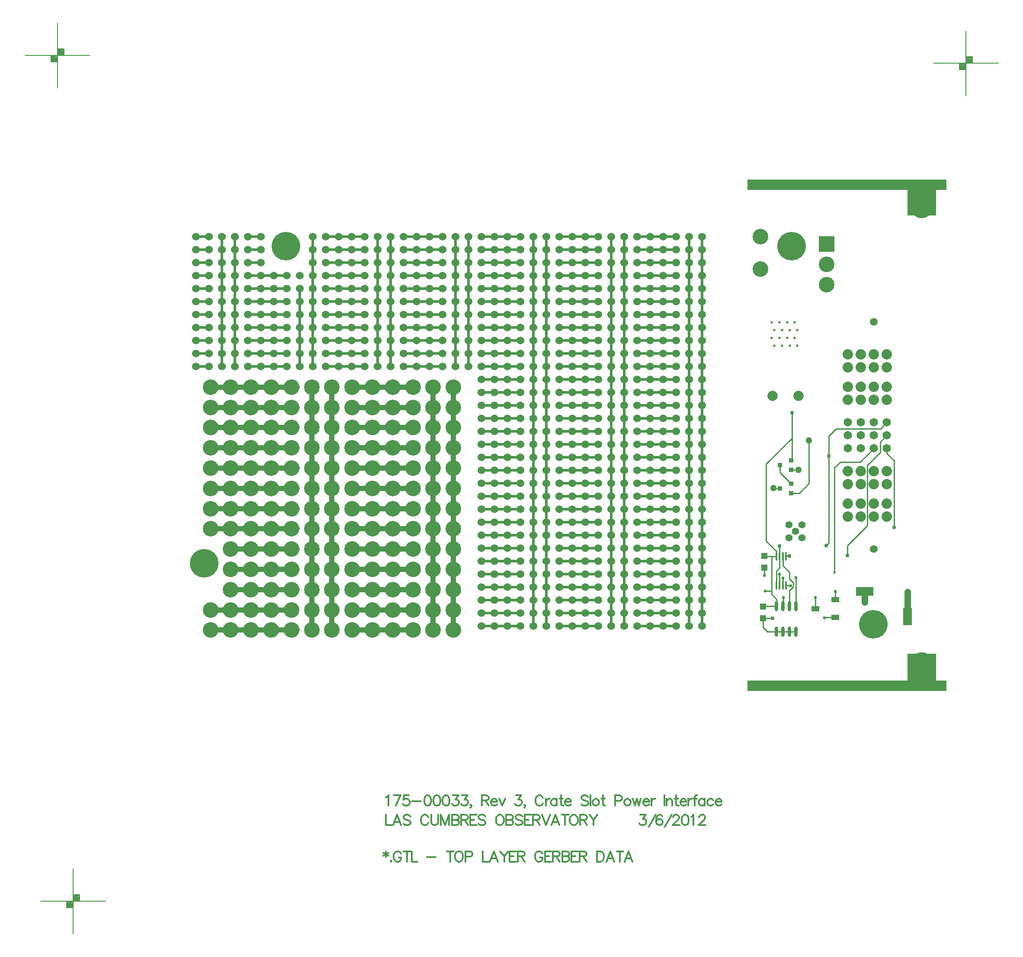
<source format=gtl>
%FSLAX23Y23*%
%MOIN*%
G70*
G01*
G75*
G04 Layer_Physical_Order=1*
G04 Layer_Color=255*
%ADD10R,0.036X0.036*%
%ADD11R,0.050X0.050*%
%ADD12R,0.070X0.135*%
%ADD13R,0.059X0.039*%
%ADD14O,0.014X0.067*%
%ADD15R,0.135X0.070*%
%ADD16O,0.024X0.079*%
%ADD17C,0.010*%
%ADD18C,0.020*%
%ADD19C,0.050*%
%ADD20C,0.040*%
%ADD21C,0.012*%
%ADD22R,1.537X0.079*%
%ADD23R,0.221X0.226*%
%ADD24R,0.221X0.236*%
%ADD25C,0.008*%
%ADD26C,0.012*%
%ADD27C,0.012*%
%ADD28C,0.220*%
%ADD29C,0.120*%
%ADD30C,0.060*%
%ADD31R,0.120X0.120*%
%ADD32C,0.055*%
%ADD33C,0.080*%
%ADD34C,0.065*%
%ADD35C,0.059*%
%ADD36C,0.079*%
%ADD37C,0.157*%
%ADD38C,0.020*%
%ADD39C,0.030*%
%ADD40C,0.050*%
%ADD41C,0.024*%
%ADD42C,0.032*%
D10*
X25153Y17022D02*
D03*
X25067Y17059D02*
D03*
X25153Y17096D02*
D03*
Y16842D02*
D03*
X25067Y16879D02*
D03*
X25153Y16916D02*
D03*
D11*
X24946Y16358D02*
D03*
Y16268D02*
D03*
X24936Y15968D02*
D03*
Y15878D02*
D03*
D12*
X26051Y15893D02*
D03*
D13*
X25493Y15884D02*
D03*
X25339Y15953D02*
D03*
X25493Y16022D02*
D03*
D14*
X25038Y16131D02*
D03*
X25063D02*
D03*
X25089D02*
D03*
X25114D02*
D03*
X25038Y16356D02*
D03*
X25063D02*
D03*
X25089D02*
D03*
X25114D02*
D03*
D15*
X25721Y16085D02*
D03*
D16*
X25041Y15775D02*
D03*
X25091D02*
D03*
X25141D02*
D03*
X25191D02*
D03*
X25041Y15972D02*
D03*
X25091D02*
D03*
X25141D02*
D03*
X25191D02*
D03*
D17*
X25158Y17260D02*
Y17463D01*
Y17101D02*
Y17260D01*
X24960Y16472D02*
Y17068D01*
Y16472D02*
X25038Y16395D01*
Y16356D02*
Y16395D01*
X25009Y15878D02*
X25009Y15879D01*
X24936Y15878D02*
X25009D01*
X25063Y16356D02*
Y16435D01*
X25424Y16439D02*
X25442Y16457D01*
X25487Y16233D02*
Y17038D01*
X25215Y16842D02*
X25291Y16918D01*
X25153Y16842D02*
X25215D01*
X24936Y15810D02*
X24971Y15775D01*
X24936Y15810D02*
Y15878D01*
X25191Y15972D02*
Y16191D01*
X25493Y16022D02*
Y16085D01*
X25141Y16182D02*
X25171Y16152D01*
Y16121D02*
Y16152D01*
X25141Y16091D02*
X25171Y16121D01*
X25153Y17022D02*
X25211D01*
X25067Y17002D02*
X25153Y16916D01*
X25067Y17002D02*
Y17059D01*
X25019Y16879D02*
X25067D01*
X25016Y16882D02*
X25019Y16879D01*
X24971Y15775D02*
X25041D01*
X25091D01*
X25141D01*
X25191D01*
X24939Y15972D02*
X25041D01*
X24936Y15968D02*
X24939Y15972D01*
X25038Y16131D02*
Y16241D01*
X25063Y16267D01*
Y16356D01*
Y16131D02*
Y16217D01*
X25089Y16131D02*
Y16190D01*
X25114Y16131D02*
X25148D01*
X25149Y16130D01*
X25141Y15972D02*
Y16091D01*
Y16182D02*
Y16233D01*
X25089Y16286D02*
X25141Y16233D01*
X25089Y16286D02*
Y16356D01*
X25339Y15953D02*
Y16037D01*
X25339Y16037D02*
X25339Y16037D01*
X25093Y15974D02*
Y16038D01*
X25091Y15972D02*
X25093Y15974D01*
X25410Y15884D02*
X25493D01*
X25409Y15883D02*
X25410Y15884D01*
X24946Y16358D02*
X24949Y16356D01*
X25041Y15972D02*
Y16026D01*
X25002Y16065D02*
X25041Y16026D01*
X24949Y16356D02*
X25002D01*
X25038D01*
X25492Y16085D02*
X25493Y16085D01*
X25002Y16065D02*
Y16087D01*
Y16356D01*
X24953Y16087D02*
X25002D01*
X24946Y16210D02*
Y16268D01*
Y16210D02*
X24947Y16209D01*
X25487Y17038D02*
X25532Y17083D01*
X25945Y16579D02*
Y17094D01*
X25291Y16918D02*
Y17248D01*
X25442Y16457D02*
Y17282D01*
X25585Y16361D02*
Y16438D01*
X25118Y16359D02*
X25141D01*
X25114Y16356D02*
X25118Y16359D01*
X25842Y17339D02*
X25890Y17388D01*
Y17148D02*
X25945Y17094D01*
X25890Y17148D02*
Y17188D01*
X25839Y17156D02*
Y17236D01*
X25890Y17287D01*
Y17288D01*
X25532Y17083D02*
X25686D01*
X25442Y17282D02*
X25500Y17339D01*
X25842D01*
X25686Y17083D02*
X25790Y17188D01*
X25585Y16438D02*
X25740Y16593D01*
Y17058D01*
X25838Y17156D01*
X25839D01*
X24960Y17068D02*
X25158Y17266D01*
Y17284D01*
D18*
X25153Y17096D02*
X25158Y17101D01*
X23966Y18519D02*
X24266D01*
X23966Y18619D02*
X24266D01*
X23966Y18719D02*
X24266D01*
X23966Y18819D02*
X24266D01*
X24366Y18419D02*
Y18823D01*
X24466Y18419D02*
Y18823D01*
X23966Y17919D02*
X24266D01*
X23966Y18019D02*
X24266D01*
X23966Y18119D02*
X24266D01*
X23966Y18219D02*
X24266D01*
X23966Y18319D02*
X24266D01*
X23966Y18419D02*
X24266D01*
X24366Y17719D02*
Y18419D01*
X24466Y17719D02*
Y18419D01*
X23866Y17719D02*
Y18419D01*
X23766Y17719D02*
Y18419D01*
X23366D02*
X23666D01*
X23366Y18319D02*
X23666D01*
X23366Y18219D02*
X23666D01*
X23366Y18119D02*
X23666D01*
X23366Y18019D02*
X23666D01*
X23366Y17919D02*
X23666D01*
X23866Y18419D02*
Y18823D01*
X23766Y18419D02*
Y18823D01*
X23366Y18819D02*
X23666D01*
X23366Y18719D02*
X23666D01*
X23366Y18619D02*
X23666D01*
X23366Y18519D02*
X23666D01*
X23266Y17719D02*
Y18419D01*
X23166Y17719D02*
Y18419D01*
X22766D02*
X23066D01*
X22766Y18319D02*
X23066D01*
X22766Y18219D02*
X23066D01*
X22766Y18119D02*
X23066D01*
X22766Y18019D02*
X23066D01*
X22766Y17919D02*
X23066D01*
X23266Y18419D02*
Y18823D01*
X23166Y18419D02*
Y18823D01*
X22766Y18819D02*
X23066D01*
X22766Y18719D02*
X23066D01*
X22766Y18619D02*
X23066D01*
X22766Y18519D02*
X23066D01*
X22666Y17813D02*
Y18419D01*
X22566Y17819D02*
Y18419D01*
X22166D02*
X22466D01*
X22166Y18319D02*
X22466D01*
X22166Y18219D02*
X22466D01*
X22166Y18119D02*
X22466D01*
X22166Y18019D02*
X22466D01*
X22166Y17919D02*
X22466D01*
X22666Y18419D02*
Y18823D01*
X22566Y18419D02*
Y18823D01*
X22166Y18819D02*
X22466D01*
X22166Y18719D02*
X22466D01*
X22166Y18619D02*
X22466D01*
X22166Y18519D02*
X22466D01*
X22166Y17819D02*
X22466D01*
X22766D02*
X23066D01*
X23366D02*
X23666D01*
X23966D02*
X24266D01*
X23966Y16519D02*
X24266D01*
X23366D02*
X23666D01*
X22766D02*
X23066D01*
X22766Y17219D02*
X23066D01*
X22766Y17319D02*
X23066D01*
X22766Y17419D02*
X23066D01*
X22766Y17519D02*
X23066D01*
X22766Y17619D02*
X23066D01*
X22766Y17719D02*
X23066D01*
X23166Y17119D02*
Y17719D01*
X23266Y17119D02*
Y17719D01*
X22766Y16619D02*
X23066D01*
X22766Y16719D02*
X23066D01*
X22766Y16819D02*
X23066D01*
X22766Y16919D02*
X23066D01*
X22766Y17019D02*
X23066D01*
X22766Y17119D02*
X23066D01*
X23166Y16419D02*
Y17119D01*
X23266Y16419D02*
Y17119D01*
X23366Y17219D02*
X23666D01*
X23366Y17319D02*
X23666D01*
X23366Y17419D02*
X23666D01*
X23366Y17519D02*
X23666D01*
X23366Y17619D02*
X23666D01*
X23366Y17719D02*
X23666D01*
X23766Y17119D02*
Y17719D01*
X23866Y17119D02*
Y17719D01*
X23366Y16619D02*
X23666D01*
X23366Y16719D02*
X23666D01*
X23366Y16819D02*
X23666D01*
X23366Y16919D02*
X23666D01*
X23366Y17019D02*
X23666D01*
X23366Y17119D02*
X23666D01*
X23766Y16419D02*
Y17119D01*
X23866Y16419D02*
Y17119D01*
X24466Y16419D02*
Y17119D01*
X24366Y16419D02*
Y17119D01*
X23966D02*
X24266D01*
X23966Y17019D02*
X24266D01*
X23966Y16919D02*
X24266D01*
X23966Y16819D02*
X24266D01*
X23966Y16719D02*
X24266D01*
X23966Y16619D02*
X24266D01*
X24466Y17119D02*
Y17719D01*
X24366Y17119D02*
Y17719D01*
X23966D02*
X24266D01*
X23966Y17619D02*
X24266D01*
X23966Y17519D02*
X24266D01*
X23966Y17419D02*
X24266D01*
X23966Y17319D02*
X24266D01*
X23966Y17219D02*
X24266D01*
X22766Y15919D02*
X23066D01*
X22766Y16019D02*
X23066D01*
X22766Y16119D02*
X23066D01*
X22766Y16219D02*
X23066D01*
X22766Y16319D02*
X23066D01*
X22766Y16419D02*
X23066D01*
X23166Y15819D02*
Y16419D01*
X23266Y15819D02*
Y16419D01*
X22766Y15819D02*
X23066D01*
X23366Y15919D02*
X23666D01*
X23366Y16019D02*
X23666D01*
X23366Y16119D02*
X23666D01*
X23366Y16219D02*
X23666D01*
X23366Y16319D02*
X23666D01*
X23366Y16419D02*
X23666D01*
X23766Y15819D02*
Y16419D01*
X23866Y15819D02*
Y16419D01*
X23366Y15819D02*
X23666D01*
X23966D02*
X24266D01*
X24466D02*
Y16419D01*
X24366Y15819D02*
Y16419D01*
X23966D02*
X24266D01*
X23966Y16319D02*
X24266D01*
X23966Y16219D02*
X24266D01*
X23966Y16119D02*
X24266D01*
X23966Y16019D02*
X24266D01*
X23966Y15919D02*
X24266D01*
X21566Y17819D02*
X21866D01*
X20966D02*
X21266D01*
X20566D02*
X20666D01*
X20566Y18519D02*
X20666D01*
X20566Y18619D02*
X20666D01*
X20566Y18719D02*
X20666D01*
X20566Y18819D02*
X20666D01*
X20766Y18419D02*
Y18819D01*
X20866Y18419D02*
Y18819D01*
X20566Y17919D02*
X20666D01*
X20566Y18019D02*
X20666D01*
X20566Y18119D02*
X20666D01*
X20566Y18219D02*
X20666D01*
X20566Y18319D02*
X20666D01*
X20566Y18419D02*
X20666D01*
X20766Y17813D02*
Y18419D01*
X20866Y17813D02*
Y18419D01*
X20966Y18519D02*
X21266D01*
X20966Y18619D02*
X21066D01*
X20966Y18719D02*
X21066D01*
X20966Y18819D02*
X21066D01*
X21466Y18419D02*
Y18823D01*
X20966Y17919D02*
X21266D01*
X20966Y18019D02*
X21266D01*
X20966Y18119D02*
X21266D01*
X20966Y18219D02*
X21266D01*
X20966Y18319D02*
X21266D01*
X20966Y18419D02*
X21266D01*
X21366Y17829D02*
Y18419D01*
X21466Y17842D02*
Y18419D01*
X22066Y17813D02*
Y18419D01*
X21966Y17819D02*
Y18419D01*
X21566D02*
X21866D01*
X21566Y18319D02*
X21866D01*
X21566Y18219D02*
X21866D01*
X21566Y18119D02*
X21866D01*
X21566Y18019D02*
X21866D01*
X21566Y17919D02*
X21866D01*
X22066Y18419D02*
Y18823D01*
X21966Y18419D02*
Y18823D01*
X21566Y18819D02*
X21866D01*
X21566Y18719D02*
X21866D01*
X21566Y18619D02*
X21866D01*
X21566Y18519D02*
X21866D01*
D19*
X25721Y16003D02*
Y16085D01*
X26051Y15893D02*
Y16083D01*
X25890Y16663D02*
X25895Y16658D01*
D20*
X21770Y15943D02*
X22238D01*
X21770Y16099D02*
X22238D01*
X21614Y15775D02*
Y16723D01*
X21458Y15787D02*
Y16723D01*
X20878D02*
X21346D01*
X20678Y16567D02*
X21346D01*
X20878Y16411D02*
X21346D01*
X20878Y16255D02*
X21346D01*
X20878Y16099D02*
X21346D01*
X20678Y15943D02*
X21302D01*
X21614Y16723D02*
Y17659D01*
X21458Y16723D02*
Y17659D01*
X20878D02*
X21346D01*
X20878Y17503D02*
X21346D01*
X20878Y17347D02*
X21346D01*
X20878Y17191D02*
X21346D01*
X20878Y17035D02*
X21346D01*
X20878Y16879D02*
X21346D01*
X22550Y15787D02*
Y17659D01*
X22394Y15787D02*
Y17659D01*
X21770Y17035D02*
X22238D01*
X21770Y16879D02*
X22238D01*
X21770Y16723D02*
X22238D01*
X21770Y16567D02*
X22238D01*
X21770Y16411D02*
X22238D01*
X21770Y16255D02*
X22238D01*
X21770Y17191D02*
X22238D01*
X21770Y17347D02*
X22238D01*
X21770Y17503D02*
X22238D01*
X21770Y17659D02*
X22238D01*
X20666Y15787D02*
X21346D01*
X21770D02*
X22238D01*
X20678Y16723D02*
X21346D01*
X20678Y16879D02*
X21346D01*
X20678Y17035D02*
X21346D01*
X20678Y17191D02*
X21346D01*
X20678Y17347D02*
X21346D01*
X20678Y17503D02*
X21346D01*
X20678Y17659D02*
X21346D01*
D21*
X22029Y14083D02*
Y14037D01*
X22010Y14072D02*
X22048Y14049D01*
Y14072D02*
X22010Y14049D01*
X22069Y14011D02*
X22065Y14007D01*
X22069Y14003D01*
X22072Y14007D01*
X22069Y14011D01*
X22147Y14064D02*
X22143Y14072D01*
X22136Y14079D01*
X22128Y14083D01*
X22113D01*
X22105Y14079D01*
X22098Y14072D01*
X22094Y14064D01*
X22090Y14053D01*
Y14034D01*
X22094Y14022D01*
X22098Y14015D01*
X22105Y14007D01*
X22113Y14003D01*
X22128D01*
X22136Y14007D01*
X22143Y14015D01*
X22147Y14022D01*
Y14034D01*
X22128D02*
X22147D01*
X22192Y14083D02*
Y14003D01*
X22165Y14083D02*
X22219D01*
X22228D02*
Y14003D01*
X22274D01*
X22345Y14037D02*
X22414D01*
X22527Y14083D02*
Y14003D01*
X22500Y14083D02*
X22554D01*
X22586D02*
X22579Y14079D01*
X22571Y14072D01*
X22567Y14064D01*
X22563Y14053D01*
Y14034D01*
X22567Y14022D01*
X22571Y14015D01*
X22579Y14007D01*
X22586Y14003D01*
X22601D01*
X22609Y14007D01*
X22617Y14015D01*
X22620Y14022D01*
X22624Y14034D01*
Y14053D01*
X22620Y14064D01*
X22617Y14072D01*
X22609Y14079D01*
X22601Y14083D01*
X22586D01*
X22643Y14041D02*
X22677D01*
X22689Y14045D01*
X22692Y14049D01*
X22696Y14056D01*
Y14068D01*
X22692Y14075D01*
X22689Y14079D01*
X22677Y14083D01*
X22643D01*
Y14003D01*
X22777Y14083D02*
Y14003D01*
X22823D01*
X22892D02*
X22862Y14083D01*
X22831Y14003D01*
X22843Y14030D02*
X22881D01*
X22911Y14083D02*
X22942Y14045D01*
Y14003D01*
X22972Y14083D02*
X22942Y14045D01*
X23032Y14083D02*
X22982D01*
Y14003D01*
X23032D01*
X22982Y14045D02*
X23013D01*
X23045Y14083D02*
Y14003D01*
Y14083D02*
X23079D01*
X23091Y14079D01*
X23095Y14075D01*
X23098Y14068D01*
Y14060D01*
X23095Y14053D01*
X23091Y14049D01*
X23079Y14045D01*
X23045D01*
X23072D02*
X23098Y14003D01*
X23236Y14064D02*
X23233Y14072D01*
X23225Y14079D01*
X23217Y14083D01*
X23202D01*
X23194Y14079D01*
X23187Y14072D01*
X23183Y14064D01*
X23179Y14053D01*
Y14034D01*
X23183Y14022D01*
X23187Y14015D01*
X23194Y14007D01*
X23202Y14003D01*
X23217D01*
X23225Y14007D01*
X23233Y14015D01*
X23236Y14022D01*
Y14034D01*
X23217D02*
X23236D01*
X23304Y14083D02*
X23255D01*
Y14003D01*
X23304D01*
X23255Y14045D02*
X23285D01*
X23317Y14083D02*
Y14003D01*
Y14083D02*
X23352D01*
X23363Y14079D01*
X23367Y14075D01*
X23371Y14068D01*
Y14060D01*
X23367Y14053D01*
X23363Y14049D01*
X23352Y14045D01*
X23317D01*
X23344D02*
X23371Y14003D01*
X23389Y14083D02*
Y14003D01*
Y14083D02*
X23423D01*
X23434Y14079D01*
X23438Y14075D01*
X23442Y14068D01*
Y14060D01*
X23438Y14053D01*
X23434Y14049D01*
X23423Y14045D01*
X23389D02*
X23423D01*
X23434Y14041D01*
X23438Y14037D01*
X23442Y14030D01*
Y14018D01*
X23438Y14011D01*
X23434Y14007D01*
X23423Y14003D01*
X23389D01*
X23509Y14083D02*
X23460D01*
Y14003D01*
X23509D01*
X23460Y14045D02*
X23490D01*
X23523Y14083D02*
Y14003D01*
Y14083D02*
X23557D01*
X23568Y14079D01*
X23572Y14075D01*
X23576Y14068D01*
Y14060D01*
X23572Y14053D01*
X23568Y14049D01*
X23557Y14045D01*
X23523D01*
X23549D02*
X23576Y14003D01*
X23657Y14083D02*
Y14003D01*
Y14083D02*
X23683D01*
X23695Y14079D01*
X23703Y14072D01*
X23706Y14064D01*
X23710Y14053D01*
Y14034D01*
X23706Y14022D01*
X23703Y14015D01*
X23695Y14007D01*
X23683Y14003D01*
X23657D01*
X23789D02*
X23759Y14083D01*
X23728Y14003D01*
X23739Y14030D02*
X23778D01*
X23834Y14083D02*
Y14003D01*
X23808Y14083D02*
X23861D01*
X23931Y14003D02*
X23901Y14083D01*
X23870Y14003D01*
X23882Y14030D02*
X23920D01*
D22*
X25582Y15358D02*
D03*
X25582Y19218D02*
D03*
D23*
X26161Y15491D02*
D03*
D24*
Y19099D02*
D03*
D25*
X19518Y20239D02*
X19528D01*
Y20234D02*
Y20244D01*
X19518Y20234D02*
X19528D01*
X19518D02*
Y20244D01*
X19528D01*
X19533Y20229D02*
Y20244D01*
X19513Y20229D02*
X19533D01*
X19513D02*
Y20249D01*
X19533D01*
X19538Y20224D02*
Y20249D01*
X19508Y20224D02*
X19538D01*
X19508D02*
Y20254D01*
X19538D01*
X19543Y20219D02*
Y20259D01*
X19503Y20219D02*
X19543D01*
X19503D02*
Y20259D01*
X19543D01*
X19468Y20189D02*
X19478D01*
Y20184D02*
Y20194D01*
X19468Y20184D02*
X19478D01*
X19468D02*
Y20194D01*
X19478D01*
X19483Y20179D02*
Y20194D01*
X19463Y20179D02*
X19483D01*
X19463D02*
Y20199D01*
X19483D01*
X19488Y20174D02*
Y20199D01*
X19458Y20174D02*
X19488D01*
X19458D02*
Y20204D01*
X19488D01*
X19493Y20169D02*
Y20209D01*
X19453Y20169D02*
X19493D01*
X19453D02*
Y20209D01*
X19493D01*
X19448Y20164D02*
X19498D01*
X19448D02*
Y20214D01*
X19498Y20264D02*
X19548D01*
Y20214D02*
Y20264D01*
X19498Y19964D02*
Y20464D01*
X19248Y20214D02*
X19748D01*
X19641Y13723D02*
X19651D01*
Y13718D02*
Y13728D01*
X19641Y13718D02*
X19651D01*
X19641D02*
Y13728D01*
X19651D01*
X19656Y13713D02*
Y13728D01*
X19636Y13713D02*
X19656D01*
X19636D02*
Y13733D01*
X19656D01*
X19661Y13708D02*
Y13733D01*
X19631Y13708D02*
X19661D01*
X19631D02*
Y13738D01*
X19661D01*
X19666Y13703D02*
Y13743D01*
X19626Y13703D02*
X19666D01*
X19626D02*
Y13743D01*
X19666D01*
X19591Y13673D02*
X19601D01*
Y13668D02*
Y13678D01*
X19591Y13668D02*
X19601D01*
X19591D02*
Y13678D01*
X19601D01*
X19606Y13663D02*
Y13678D01*
X19586Y13663D02*
X19606D01*
X19586D02*
Y13683D01*
X19606D01*
X19611Y13658D02*
Y13683D01*
X19581Y13658D02*
X19611D01*
X19581D02*
Y13688D01*
X19611D01*
X19616Y13653D02*
Y13693D01*
X19576Y13653D02*
X19616D01*
X19576D02*
Y13693D01*
X19616D01*
X19571Y13648D02*
X19621D01*
X19571D02*
Y13698D01*
X19621Y13748D02*
X19671D01*
Y13698D02*
Y13748D01*
X19621Y13448D02*
Y13948D01*
X19371Y13698D02*
X19871D01*
X26519Y20181D02*
X26529D01*
Y20176D02*
Y20186D01*
X26519Y20176D02*
X26529D01*
X26519D02*
Y20186D01*
X26529D01*
X26534Y20171D02*
Y20186D01*
X26514Y20171D02*
X26534D01*
X26514D02*
Y20191D01*
X26534D01*
X26539Y20166D02*
Y20191D01*
X26509Y20166D02*
X26539D01*
X26509D02*
Y20196D01*
X26539D01*
X26544Y20161D02*
Y20201D01*
X26504Y20161D02*
X26544D01*
X26504D02*
Y20201D01*
X26544D01*
X26469Y20131D02*
X26479D01*
Y20126D02*
Y20136D01*
X26469Y20126D02*
X26479D01*
X26469D02*
Y20136D01*
X26479D01*
X26484Y20121D02*
Y20136D01*
X26464Y20121D02*
X26484D01*
X26464D02*
Y20141D01*
X26484D01*
X26489Y20116D02*
Y20141D01*
X26459Y20116D02*
X26489D01*
X26459D02*
Y20146D01*
X26489D01*
X26494Y20111D02*
Y20151D01*
X26454Y20111D02*
X26494D01*
X26454D02*
Y20151D01*
X26494D01*
X26449Y20106D02*
X26499D01*
X26449D02*
Y20156D01*
X26499Y20206D02*
X26549D01*
Y20156D02*
Y20206D01*
X26499Y19906D02*
Y20406D01*
X26249Y20156D02*
X26749D01*
D26*
X22031Y14364D02*
Y14284D01*
X22077D01*
X22147D02*
X22116Y14364D01*
X22086Y14284D01*
X22097Y14310D02*
X22135D01*
X22219Y14352D02*
X22211Y14360D01*
X22200Y14364D01*
X22184D01*
X22173Y14360D01*
X22165Y14352D01*
Y14345D01*
X22169Y14337D01*
X22173Y14333D01*
X22181Y14329D01*
X22204Y14322D01*
X22211Y14318D01*
X22215Y14314D01*
X22219Y14307D01*
Y14295D01*
X22211Y14287D01*
X22200Y14284D01*
X22184D01*
X22173Y14287D01*
X22165Y14295D01*
X22357Y14345D02*
X22353Y14352D01*
X22345Y14360D01*
X22338Y14364D01*
X22322D01*
X22315Y14360D01*
X22307Y14352D01*
X22303Y14345D01*
X22299Y14333D01*
Y14314D01*
X22303Y14303D01*
X22307Y14295D01*
X22315Y14287D01*
X22322Y14284D01*
X22338D01*
X22345Y14287D01*
X22353Y14295D01*
X22357Y14303D01*
X22379Y14364D02*
Y14307D01*
X22383Y14295D01*
X22391Y14287D01*
X22402Y14284D01*
X22410D01*
X22421Y14287D01*
X22429Y14295D01*
X22432Y14307D01*
Y14364D01*
X22454D02*
Y14284D01*
Y14364D02*
X22485Y14284D01*
X22515Y14364D02*
X22485Y14284D01*
X22515Y14364D02*
Y14284D01*
X22538Y14364D02*
Y14284D01*
Y14364D02*
X22573D01*
X22584Y14360D01*
X22588Y14356D01*
X22592Y14348D01*
Y14341D01*
X22588Y14333D01*
X22584Y14329D01*
X22573Y14326D01*
X22538D02*
X22573D01*
X22584Y14322D01*
X22588Y14318D01*
X22592Y14310D01*
Y14299D01*
X22588Y14291D01*
X22584Y14287D01*
X22573Y14284D01*
X22538D01*
X22610Y14364D02*
Y14284D01*
Y14364D02*
X22644D01*
X22655Y14360D01*
X22659Y14356D01*
X22663Y14348D01*
Y14341D01*
X22659Y14333D01*
X22655Y14329D01*
X22644Y14326D01*
X22610D01*
X22636D02*
X22663Y14284D01*
X22730Y14364D02*
X22681D01*
Y14284D01*
X22730D01*
X22681Y14326D02*
X22711D01*
X22797Y14352D02*
X22789Y14360D01*
X22778Y14364D01*
X22763D01*
X22751Y14360D01*
X22744Y14352D01*
Y14345D01*
X22747Y14337D01*
X22751Y14333D01*
X22759Y14329D01*
X22782Y14322D01*
X22789Y14318D01*
X22793Y14314D01*
X22797Y14307D01*
Y14295D01*
X22789Y14287D01*
X22778Y14284D01*
X22763D01*
X22751Y14287D01*
X22744Y14295D01*
X22900Y14364D02*
X22893Y14360D01*
X22885Y14352D01*
X22881Y14345D01*
X22878Y14333D01*
Y14314D01*
X22881Y14303D01*
X22885Y14295D01*
X22893Y14287D01*
X22900Y14284D01*
X22916D01*
X22923Y14287D01*
X22931Y14295D01*
X22935Y14303D01*
X22939Y14314D01*
Y14333D01*
X22935Y14345D01*
X22931Y14352D01*
X22923Y14360D01*
X22916Y14364D01*
X22900D01*
X22957D02*
Y14284D01*
Y14364D02*
X22992D01*
X23003Y14360D01*
X23007Y14356D01*
X23011Y14348D01*
Y14341D01*
X23007Y14333D01*
X23003Y14329D01*
X22992Y14326D01*
X22957D02*
X22992D01*
X23003Y14322D01*
X23007Y14318D01*
X23011Y14310D01*
Y14299D01*
X23007Y14291D01*
X23003Y14287D01*
X22992Y14284D01*
X22957D01*
X23082Y14352D02*
X23074Y14360D01*
X23063Y14364D01*
X23048D01*
X23036Y14360D01*
X23028Y14352D01*
Y14345D01*
X23032Y14337D01*
X23036Y14333D01*
X23044Y14329D01*
X23067Y14322D01*
X23074Y14318D01*
X23078Y14314D01*
X23082Y14307D01*
Y14295D01*
X23074Y14287D01*
X23063Y14284D01*
X23048D01*
X23036Y14287D01*
X23028Y14295D01*
X23149Y14364D02*
X23100D01*
Y14284D01*
X23149D01*
X23100Y14326D02*
X23130D01*
X23163Y14364D02*
Y14284D01*
Y14364D02*
X23197D01*
X23208Y14360D01*
X23212Y14356D01*
X23216Y14348D01*
Y14341D01*
X23212Y14333D01*
X23208Y14329D01*
X23197Y14326D01*
X23163D01*
X23189D02*
X23216Y14284D01*
X23234Y14364D02*
X23264Y14284D01*
X23295Y14364D02*
X23264Y14284D01*
X23366D02*
X23335Y14364D01*
X23305Y14284D01*
X23316Y14310D02*
X23354D01*
X23411Y14364D02*
Y14284D01*
X23385Y14364D02*
X23438D01*
X23470D02*
X23463Y14360D01*
X23455Y14352D01*
X23451Y14345D01*
X23447Y14333D01*
Y14314D01*
X23451Y14303D01*
X23455Y14295D01*
X23463Y14287D01*
X23470Y14284D01*
X23486D01*
X23493Y14287D01*
X23501Y14295D01*
X23505Y14303D01*
X23508Y14314D01*
Y14333D01*
X23505Y14345D01*
X23501Y14352D01*
X23493Y14360D01*
X23486Y14364D01*
X23470D01*
X23527D02*
Y14284D01*
Y14364D02*
X23561D01*
X23573Y14360D01*
X23577Y14356D01*
X23580Y14348D01*
Y14341D01*
X23577Y14333D01*
X23573Y14329D01*
X23561Y14326D01*
X23527D01*
X23554D02*
X23580Y14284D01*
X23598Y14364D02*
X23629Y14326D01*
Y14284D01*
X23659Y14364D02*
X23629Y14326D01*
X23991Y14364D02*
X24033D01*
X24010Y14333D01*
X24022D01*
X24029Y14329D01*
X24033Y14326D01*
X24037Y14314D01*
Y14307D01*
X24033Y14295D01*
X24026Y14287D01*
X24014Y14284D01*
X24003D01*
X23991Y14287D01*
X23987Y14291D01*
X23984Y14299D01*
X24055Y14272D02*
X24108Y14364D01*
X24159Y14352D02*
X24155Y14360D01*
X24144Y14364D01*
X24136D01*
X24125Y14360D01*
X24117Y14348D01*
X24114Y14329D01*
Y14310D01*
X24117Y14295D01*
X24125Y14287D01*
X24136Y14284D01*
X24140D01*
X24152Y14287D01*
X24159Y14295D01*
X24163Y14307D01*
Y14310D01*
X24159Y14322D01*
X24152Y14329D01*
X24140Y14333D01*
X24136D01*
X24125Y14329D01*
X24117Y14322D01*
X24114Y14310D01*
X24181Y14272D02*
X24234Y14364D01*
X24243Y14345D02*
Y14348D01*
X24247Y14356D01*
X24251Y14360D01*
X24258Y14364D01*
X24274D01*
X24281Y14360D01*
X24285Y14356D01*
X24289Y14348D01*
Y14341D01*
X24285Y14333D01*
X24277Y14322D01*
X24239Y14284D01*
X24293D01*
X24333Y14364D02*
X24322Y14360D01*
X24314Y14348D01*
X24310Y14329D01*
Y14318D01*
X24314Y14299D01*
X24322Y14287D01*
X24333Y14284D01*
X24341D01*
X24352Y14287D01*
X24360Y14299D01*
X24364Y14318D01*
Y14329D01*
X24360Y14348D01*
X24352Y14360D01*
X24341Y14364D01*
X24333D01*
X24382Y14348D02*
X24389Y14352D01*
X24401Y14364D01*
Y14284D01*
X24444Y14345D02*
Y14348D01*
X24448Y14356D01*
X24452Y14360D01*
X24459Y14364D01*
X24475D01*
X24482Y14360D01*
X24486Y14356D01*
X24490Y14348D01*
Y14341D01*
X24486Y14333D01*
X24478Y14322D01*
X24440Y14284D01*
X24494D01*
D27*
X22031Y14498D02*
X22039Y14502D01*
X22050Y14514D01*
Y14434D01*
X22143Y14514D02*
X22105Y14434D01*
X22090Y14514D02*
X22143D01*
X22207D02*
X22169D01*
X22165Y14479D01*
X22169Y14483D01*
X22180Y14487D01*
X22192D01*
X22203Y14483D01*
X22211Y14476D01*
X22215Y14464D01*
Y14457D01*
X22211Y14445D01*
X22203Y14438D01*
X22192Y14434D01*
X22180D01*
X22169Y14438D01*
X22165Y14441D01*
X22161Y14449D01*
X22232Y14468D02*
X22301D01*
X22347Y14514D02*
X22336Y14510D01*
X22328Y14498D01*
X22325Y14479D01*
Y14468D01*
X22328Y14449D01*
X22336Y14438D01*
X22347Y14434D01*
X22355D01*
X22367Y14438D01*
X22374Y14449D01*
X22378Y14468D01*
Y14479D01*
X22374Y14498D01*
X22367Y14510D01*
X22355Y14514D01*
X22347D01*
X22419D02*
X22407Y14510D01*
X22400Y14498D01*
X22396Y14479D01*
Y14468D01*
X22400Y14449D01*
X22407Y14438D01*
X22419Y14434D01*
X22426D01*
X22438Y14438D01*
X22445Y14449D01*
X22449Y14468D01*
Y14479D01*
X22445Y14498D01*
X22438Y14510D01*
X22426Y14514D01*
X22419D01*
X22490D02*
X22478Y14510D01*
X22471Y14498D01*
X22467Y14479D01*
Y14468D01*
X22471Y14449D01*
X22478Y14438D01*
X22490Y14434D01*
X22498D01*
X22509Y14438D01*
X22517Y14449D01*
X22520Y14468D01*
Y14479D01*
X22517Y14498D01*
X22509Y14510D01*
X22498Y14514D01*
X22490D01*
X22546D02*
X22588D01*
X22565Y14483D01*
X22576D01*
X22584Y14479D01*
X22588Y14476D01*
X22592Y14464D01*
Y14457D01*
X22588Y14445D01*
X22580Y14438D01*
X22569Y14434D01*
X22557D01*
X22546Y14438D01*
X22542Y14441D01*
X22538Y14449D01*
X22617Y14514D02*
X22659D01*
X22636Y14483D01*
X22648D01*
X22655Y14479D01*
X22659Y14476D01*
X22663Y14464D01*
Y14457D01*
X22659Y14445D01*
X22651Y14438D01*
X22640Y14434D01*
X22629D01*
X22617Y14438D01*
X22613Y14441D01*
X22610Y14449D01*
X22688Y14438D02*
X22685Y14434D01*
X22681Y14438D01*
X22685Y14441D01*
X22688Y14438D01*
Y14430D01*
X22685Y14422D01*
X22681Y14418D01*
X22769Y14514D02*
Y14434D01*
Y14514D02*
X22803D01*
X22814Y14510D01*
X22818Y14506D01*
X22822Y14498D01*
Y14491D01*
X22818Y14483D01*
X22814Y14479D01*
X22803Y14476D01*
X22769D01*
X22795D02*
X22822Y14434D01*
X22840Y14464D02*
X22886D01*
Y14472D01*
X22882Y14479D01*
X22878Y14483D01*
X22870Y14487D01*
X22859D01*
X22851Y14483D01*
X22844Y14476D01*
X22840Y14464D01*
Y14457D01*
X22844Y14445D01*
X22851Y14438D01*
X22859Y14434D01*
X22870D01*
X22878Y14438D01*
X22886Y14445D01*
X22903Y14487D02*
X22926Y14434D01*
X22948Y14487D02*
X22926Y14434D01*
X23032Y14514D02*
X23074D01*
X23051Y14483D01*
X23062D01*
X23070Y14479D01*
X23074Y14476D01*
X23078Y14464D01*
Y14457D01*
X23074Y14445D01*
X23066Y14438D01*
X23055Y14434D01*
X23043D01*
X23032Y14438D01*
X23028Y14441D01*
X23024Y14449D01*
X23103Y14438D02*
X23099Y14434D01*
X23095Y14438D01*
X23099Y14441D01*
X23103Y14438D01*
Y14430D01*
X23099Y14422D01*
X23095Y14418D01*
X23241Y14495D02*
X23237Y14502D01*
X23229Y14510D01*
X23222Y14514D01*
X23206D01*
X23199Y14510D01*
X23191Y14502D01*
X23187Y14495D01*
X23183Y14483D01*
Y14464D01*
X23187Y14453D01*
X23191Y14445D01*
X23199Y14438D01*
X23206Y14434D01*
X23222D01*
X23229Y14438D01*
X23237Y14445D01*
X23241Y14453D01*
X23263Y14487D02*
Y14434D01*
Y14464D02*
X23267Y14476D01*
X23275Y14483D01*
X23282Y14487D01*
X23294D01*
X23346D02*
Y14434D01*
Y14476D02*
X23339Y14483D01*
X23331Y14487D01*
X23320D01*
X23312Y14483D01*
X23305Y14476D01*
X23301Y14464D01*
Y14457D01*
X23305Y14445D01*
X23312Y14438D01*
X23320Y14434D01*
X23331D01*
X23339Y14438D01*
X23346Y14445D01*
X23379Y14514D02*
Y14449D01*
X23383Y14438D01*
X23391Y14434D01*
X23398D01*
X23368Y14487D02*
X23394D01*
X23410Y14464D02*
X23455D01*
Y14472D01*
X23452Y14479D01*
X23448Y14483D01*
X23440Y14487D01*
X23429D01*
X23421Y14483D01*
X23414Y14476D01*
X23410Y14464D01*
Y14457D01*
X23414Y14445D01*
X23421Y14438D01*
X23429Y14434D01*
X23440D01*
X23448Y14438D01*
X23455Y14445D01*
X23589Y14502D02*
X23581Y14510D01*
X23570Y14514D01*
X23554D01*
X23543Y14510D01*
X23535Y14502D01*
Y14495D01*
X23539Y14487D01*
X23543Y14483D01*
X23551Y14479D01*
X23573Y14472D01*
X23581Y14468D01*
X23585Y14464D01*
X23589Y14457D01*
Y14445D01*
X23581Y14438D01*
X23570Y14434D01*
X23554D01*
X23543Y14438D01*
X23535Y14445D01*
X23607Y14514D02*
Y14434D01*
X23642Y14487D02*
X23635Y14483D01*
X23627Y14476D01*
X23623Y14464D01*
Y14457D01*
X23627Y14445D01*
X23635Y14438D01*
X23642Y14434D01*
X23654D01*
X23661Y14438D01*
X23669Y14445D01*
X23673Y14457D01*
Y14464D01*
X23669Y14476D01*
X23661Y14483D01*
X23654Y14487D01*
X23642D01*
X23702Y14514D02*
Y14449D01*
X23706Y14438D01*
X23713Y14434D01*
X23721D01*
X23690Y14487D02*
X23717D01*
X23795Y14472D02*
X23829D01*
X23841Y14476D01*
X23845Y14479D01*
X23848Y14487D01*
Y14498D01*
X23845Y14506D01*
X23841Y14510D01*
X23829Y14514D01*
X23795D01*
Y14434D01*
X23885Y14487D02*
X23878Y14483D01*
X23870Y14476D01*
X23866Y14464D01*
Y14457D01*
X23870Y14445D01*
X23878Y14438D01*
X23885Y14434D01*
X23897D01*
X23904Y14438D01*
X23912Y14445D01*
X23916Y14457D01*
Y14464D01*
X23912Y14476D01*
X23904Y14483D01*
X23897Y14487D01*
X23885D01*
X23933D02*
X23949Y14434D01*
X23964Y14487D02*
X23949Y14434D01*
X23964Y14487D02*
X23979Y14434D01*
X23994Y14487D02*
X23979Y14434D01*
X24013Y14464D02*
X24059D01*
Y14472D01*
X24055Y14479D01*
X24051Y14483D01*
X24043Y14487D01*
X24032D01*
X24024Y14483D01*
X24017Y14476D01*
X24013Y14464D01*
Y14457D01*
X24017Y14445D01*
X24024Y14438D01*
X24032Y14434D01*
X24043D01*
X24051Y14438D01*
X24059Y14445D01*
X24076Y14487D02*
Y14434D01*
Y14464D02*
X24080Y14476D01*
X24087Y14483D01*
X24095Y14487D01*
X24106D01*
X24176Y14514D02*
Y14434D01*
X24193Y14487D02*
Y14434D01*
Y14472D02*
X24205Y14483D01*
X24212Y14487D01*
X24224D01*
X24231Y14483D01*
X24235Y14472D01*
Y14434D01*
X24267Y14514D02*
Y14449D01*
X24271Y14438D01*
X24279Y14434D01*
X24286D01*
X24256Y14487D02*
X24283D01*
X24298Y14464D02*
X24344D01*
Y14472D01*
X24340Y14479D01*
X24336Y14483D01*
X24328Y14487D01*
X24317D01*
X24309Y14483D01*
X24302Y14476D01*
X24298Y14464D01*
Y14457D01*
X24302Y14445D01*
X24309Y14438D01*
X24317Y14434D01*
X24328D01*
X24336Y14438D01*
X24344Y14445D01*
X24361Y14487D02*
Y14434D01*
Y14464D02*
X24365Y14476D01*
X24372Y14483D01*
X24380Y14487D01*
X24391D01*
X24429Y14514D02*
X24421D01*
X24414Y14510D01*
X24410Y14498D01*
Y14434D01*
X24398Y14487D02*
X24425D01*
X24486D02*
Y14434D01*
Y14476D02*
X24478Y14483D01*
X24471Y14487D01*
X24459D01*
X24452Y14483D01*
X24444Y14476D01*
X24440Y14464D01*
Y14457D01*
X24444Y14445D01*
X24452Y14438D01*
X24459Y14434D01*
X24471D01*
X24478Y14438D01*
X24486Y14445D01*
X24553Y14476D02*
X24545Y14483D01*
X24538Y14487D01*
X24526D01*
X24519Y14483D01*
X24511Y14476D01*
X24507Y14464D01*
Y14457D01*
X24511Y14445D01*
X24519Y14438D01*
X24526Y14434D01*
X24538D01*
X24545Y14438D01*
X24553Y14445D01*
X24570Y14464D02*
X24616D01*
Y14472D01*
X24612Y14479D01*
X24608Y14483D01*
X24601Y14487D01*
X24589D01*
X24582Y14483D01*
X24574Y14476D01*
X24570Y14464D01*
Y14457D01*
X24574Y14445D01*
X24582Y14438D01*
X24589Y14434D01*
X24601D01*
X24608Y14438D01*
X24616Y14445D01*
D28*
X25787Y15831D02*
D03*
X20630Y16303D02*
D03*
X25157Y18744D02*
D03*
X21260D02*
D03*
D29*
X22550Y15943D02*
D03*
X22394D02*
D03*
X22238D02*
D03*
X22082D02*
D03*
X21926D02*
D03*
X21770D02*
D03*
X22550Y16099D02*
D03*
X22394D02*
D03*
X22238D02*
D03*
X22082D02*
D03*
X21926D02*
D03*
X21770D02*
D03*
X21614Y16723D02*
D03*
X21458D02*
D03*
X21302D02*
D03*
X21146D02*
D03*
X20990D02*
D03*
X20834D02*
D03*
Y16567D02*
D03*
X20990D02*
D03*
X21146D02*
D03*
X21302D02*
D03*
X21458D02*
D03*
X21614D02*
D03*
X20834Y16411D02*
D03*
X20990D02*
D03*
X21146D02*
D03*
X21302D02*
D03*
X21458D02*
D03*
X21614D02*
D03*
X20834Y16255D02*
D03*
X20990D02*
D03*
X21146D02*
D03*
X21302D02*
D03*
X21458D02*
D03*
X21614D02*
D03*
X20834Y16099D02*
D03*
X20990D02*
D03*
X21146D02*
D03*
X21302D02*
D03*
X21458D02*
D03*
X21614D02*
D03*
X20834Y15943D02*
D03*
X20990D02*
D03*
X21146D02*
D03*
X21302D02*
D03*
X21458D02*
D03*
X21614D02*
D03*
Y17659D02*
D03*
X21458D02*
D03*
X21302D02*
D03*
X21146D02*
D03*
X20990D02*
D03*
X20834D02*
D03*
Y17503D02*
D03*
X20990D02*
D03*
X21146D02*
D03*
X21302D02*
D03*
X21458D02*
D03*
X21614D02*
D03*
X20834Y17347D02*
D03*
X20990D02*
D03*
X21146D02*
D03*
X21302D02*
D03*
X21458D02*
D03*
X21614D02*
D03*
X20834Y17191D02*
D03*
X20990D02*
D03*
X21146D02*
D03*
X21302D02*
D03*
X21458D02*
D03*
X21614D02*
D03*
X20834Y17035D02*
D03*
X20990D02*
D03*
X21146D02*
D03*
X21302D02*
D03*
X21458D02*
D03*
X21614D02*
D03*
X20834Y16879D02*
D03*
X20990D02*
D03*
X21146D02*
D03*
X21302D02*
D03*
X21458D02*
D03*
X21614D02*
D03*
X22550Y17035D02*
D03*
X22394D02*
D03*
X22238D02*
D03*
X22082D02*
D03*
X21926D02*
D03*
X21770D02*
D03*
Y16879D02*
D03*
X21926D02*
D03*
X22082D02*
D03*
X22238D02*
D03*
X22394D02*
D03*
X22550D02*
D03*
X21770Y16723D02*
D03*
X21926D02*
D03*
X22082D02*
D03*
X22238D02*
D03*
X22394D02*
D03*
X22550D02*
D03*
X21770Y16567D02*
D03*
X21926D02*
D03*
X22082D02*
D03*
X22238D02*
D03*
X22394D02*
D03*
X22550D02*
D03*
X21770Y16411D02*
D03*
X21926D02*
D03*
X22082D02*
D03*
X22238D02*
D03*
X22394D02*
D03*
X22550D02*
D03*
X21770Y16255D02*
D03*
X21926D02*
D03*
X22082D02*
D03*
X22238D02*
D03*
X22394D02*
D03*
X22550D02*
D03*
Y17191D02*
D03*
X22394D02*
D03*
X22238D02*
D03*
X22082D02*
D03*
X21926D02*
D03*
X21770D02*
D03*
X22550Y17347D02*
D03*
X22394D02*
D03*
X22238D02*
D03*
X22082D02*
D03*
X21926D02*
D03*
X21770D02*
D03*
X22550Y17503D02*
D03*
X22394D02*
D03*
X22238D02*
D03*
X22082D02*
D03*
X21926D02*
D03*
X21770D02*
D03*
X22550Y17659D02*
D03*
X22394D02*
D03*
X22238D02*
D03*
X22082D02*
D03*
X21926D02*
D03*
X21770D02*
D03*
X21614Y15787D02*
D03*
X21458D02*
D03*
X21302D02*
D03*
X21146D02*
D03*
X20990D02*
D03*
X20834D02*
D03*
X21770D02*
D03*
X21926D02*
D03*
X22082D02*
D03*
X22238D02*
D03*
X22394D02*
D03*
X22550D02*
D03*
X20678Y16879D02*
D03*
Y17035D02*
D03*
Y17191D02*
D03*
Y17347D02*
D03*
Y17503D02*
D03*
Y17659D02*
D03*
Y16567D02*
D03*
Y16723D02*
D03*
Y15787D02*
D03*
Y15943D02*
D03*
X24916Y18569D02*
D03*
Y18819D02*
D03*
X25427Y18605D02*
D03*
Y18449D02*
D03*
D30*
X24466Y18819D02*
D03*
Y18719D02*
D03*
Y18619D02*
D03*
Y18519D02*
D03*
X24366Y18819D02*
D03*
Y18719D02*
D03*
Y18619D02*
D03*
Y18519D02*
D03*
X24266Y18819D02*
D03*
Y18719D02*
D03*
Y18619D02*
D03*
Y18519D02*
D03*
X24166Y18819D02*
D03*
Y18719D02*
D03*
Y18619D02*
D03*
Y18519D02*
D03*
X24066Y18819D02*
D03*
Y18719D02*
D03*
Y18619D02*
D03*
Y18519D02*
D03*
X23966D02*
D03*
Y18619D02*
D03*
Y18719D02*
D03*
Y18819D02*
D03*
X24466Y18319D02*
D03*
Y18219D02*
D03*
Y18119D02*
D03*
Y18019D02*
D03*
Y17919D02*
D03*
X24366Y18319D02*
D03*
Y18219D02*
D03*
Y18119D02*
D03*
Y18019D02*
D03*
Y17919D02*
D03*
X24266Y18319D02*
D03*
Y18219D02*
D03*
Y18119D02*
D03*
Y18019D02*
D03*
Y17919D02*
D03*
X24166Y18319D02*
D03*
Y18219D02*
D03*
Y18119D02*
D03*
Y18019D02*
D03*
Y17919D02*
D03*
X24066Y18319D02*
D03*
Y18219D02*
D03*
Y18119D02*
D03*
Y18019D02*
D03*
Y17919D02*
D03*
X23966D02*
D03*
Y18019D02*
D03*
Y18119D02*
D03*
Y18219D02*
D03*
Y18319D02*
D03*
X24466Y18419D02*
D03*
X24366D02*
D03*
X24266D02*
D03*
X24166D02*
D03*
X24066D02*
D03*
X23966D02*
D03*
X23366D02*
D03*
X23466D02*
D03*
X23566D02*
D03*
X23666D02*
D03*
X23766D02*
D03*
X23866D02*
D03*
X23366Y18319D02*
D03*
Y18219D02*
D03*
Y18119D02*
D03*
Y18019D02*
D03*
Y17919D02*
D03*
X23466D02*
D03*
Y18019D02*
D03*
Y18119D02*
D03*
Y18219D02*
D03*
Y18319D02*
D03*
X23566Y17919D02*
D03*
Y18019D02*
D03*
Y18119D02*
D03*
Y18219D02*
D03*
Y18319D02*
D03*
X23666Y17919D02*
D03*
Y18019D02*
D03*
Y18119D02*
D03*
Y18219D02*
D03*
Y18319D02*
D03*
X23766Y17919D02*
D03*
Y18019D02*
D03*
Y18119D02*
D03*
Y18219D02*
D03*
Y18319D02*
D03*
X23866Y17919D02*
D03*
Y18019D02*
D03*
Y18119D02*
D03*
Y18219D02*
D03*
Y18319D02*
D03*
X23366Y18819D02*
D03*
Y18719D02*
D03*
Y18619D02*
D03*
Y18519D02*
D03*
X23466D02*
D03*
Y18619D02*
D03*
Y18719D02*
D03*
Y18819D02*
D03*
X23566Y18519D02*
D03*
Y18619D02*
D03*
Y18719D02*
D03*
Y18819D02*
D03*
X23666Y18519D02*
D03*
Y18619D02*
D03*
Y18719D02*
D03*
Y18819D02*
D03*
X23766Y18519D02*
D03*
Y18619D02*
D03*
Y18719D02*
D03*
Y18819D02*
D03*
X23866Y18519D02*
D03*
Y18619D02*
D03*
Y18719D02*
D03*
Y18819D02*
D03*
X22766Y18419D02*
D03*
X22866D02*
D03*
X22966D02*
D03*
X23066D02*
D03*
X23166D02*
D03*
X23266D02*
D03*
X22766Y18319D02*
D03*
Y18219D02*
D03*
Y18119D02*
D03*
Y18019D02*
D03*
Y17919D02*
D03*
X22866D02*
D03*
Y18019D02*
D03*
Y18119D02*
D03*
Y18219D02*
D03*
Y18319D02*
D03*
X22966Y17919D02*
D03*
Y18019D02*
D03*
Y18119D02*
D03*
Y18219D02*
D03*
Y18319D02*
D03*
X23066Y17919D02*
D03*
Y18019D02*
D03*
Y18119D02*
D03*
Y18219D02*
D03*
Y18319D02*
D03*
X23166Y17919D02*
D03*
Y18019D02*
D03*
Y18119D02*
D03*
Y18219D02*
D03*
Y18319D02*
D03*
X23266Y17919D02*
D03*
Y18019D02*
D03*
Y18119D02*
D03*
Y18219D02*
D03*
Y18319D02*
D03*
X22766Y18819D02*
D03*
Y18719D02*
D03*
Y18619D02*
D03*
Y18519D02*
D03*
X22866D02*
D03*
Y18619D02*
D03*
Y18719D02*
D03*
Y18819D02*
D03*
X22966Y18519D02*
D03*
Y18619D02*
D03*
Y18719D02*
D03*
Y18819D02*
D03*
X23066Y18519D02*
D03*
Y18619D02*
D03*
Y18719D02*
D03*
Y18819D02*
D03*
X23166Y18519D02*
D03*
Y18619D02*
D03*
Y18719D02*
D03*
Y18819D02*
D03*
X23266Y18519D02*
D03*
Y18619D02*
D03*
Y18719D02*
D03*
Y18819D02*
D03*
X22166Y18419D02*
D03*
X22266D02*
D03*
X22366D02*
D03*
X22466D02*
D03*
X22566D02*
D03*
X22666D02*
D03*
X22166Y18319D02*
D03*
Y18219D02*
D03*
Y18119D02*
D03*
Y18019D02*
D03*
Y17919D02*
D03*
X22266D02*
D03*
Y18019D02*
D03*
Y18119D02*
D03*
Y18219D02*
D03*
Y18319D02*
D03*
X22366Y17919D02*
D03*
Y18019D02*
D03*
Y18119D02*
D03*
Y18219D02*
D03*
Y18319D02*
D03*
X22466Y17919D02*
D03*
Y18019D02*
D03*
Y18119D02*
D03*
Y18219D02*
D03*
Y18319D02*
D03*
X22566Y17919D02*
D03*
Y18019D02*
D03*
Y18119D02*
D03*
Y18219D02*
D03*
Y18319D02*
D03*
X22666Y17919D02*
D03*
Y18019D02*
D03*
Y18119D02*
D03*
Y18219D02*
D03*
Y18319D02*
D03*
X22166Y18819D02*
D03*
Y18719D02*
D03*
Y18619D02*
D03*
Y18519D02*
D03*
X22266D02*
D03*
Y18619D02*
D03*
Y18719D02*
D03*
Y18819D02*
D03*
X22366Y18519D02*
D03*
Y18619D02*
D03*
Y18719D02*
D03*
Y18819D02*
D03*
X22466Y18519D02*
D03*
Y18619D02*
D03*
Y18719D02*
D03*
Y18819D02*
D03*
X22566Y18519D02*
D03*
Y18619D02*
D03*
Y18719D02*
D03*
Y18819D02*
D03*
X22666Y18519D02*
D03*
Y18619D02*
D03*
Y18719D02*
D03*
Y18819D02*
D03*
Y17819D02*
D03*
X22566D02*
D03*
X22466D02*
D03*
X22366D02*
D03*
X22266D02*
D03*
X22166D02*
D03*
X23266D02*
D03*
X23166D02*
D03*
X23066D02*
D03*
X22966D02*
D03*
X22866D02*
D03*
X22766D02*
D03*
X23866D02*
D03*
X23766D02*
D03*
X23666D02*
D03*
X23566D02*
D03*
X23466D02*
D03*
X23366D02*
D03*
X23966D02*
D03*
X24066D02*
D03*
X24166D02*
D03*
X24266D02*
D03*
X24366D02*
D03*
X24466D02*
D03*
Y16519D02*
D03*
X24366D02*
D03*
X24266D02*
D03*
X24166D02*
D03*
X24066D02*
D03*
X23966D02*
D03*
X23366D02*
D03*
X23466D02*
D03*
X23566D02*
D03*
X23666D02*
D03*
X23766D02*
D03*
X23866D02*
D03*
X22766D02*
D03*
X22866D02*
D03*
X22966D02*
D03*
X23066D02*
D03*
X23166D02*
D03*
X23266D02*
D03*
Y17619D02*
D03*
Y17519D02*
D03*
Y17419D02*
D03*
Y17319D02*
D03*
Y17219D02*
D03*
X23166Y17619D02*
D03*
Y17519D02*
D03*
Y17419D02*
D03*
Y17319D02*
D03*
Y17219D02*
D03*
X23066Y17619D02*
D03*
Y17519D02*
D03*
Y17419D02*
D03*
Y17319D02*
D03*
Y17219D02*
D03*
X22966Y17619D02*
D03*
Y17519D02*
D03*
Y17419D02*
D03*
Y17319D02*
D03*
Y17219D02*
D03*
X22866Y17619D02*
D03*
Y17519D02*
D03*
Y17419D02*
D03*
Y17319D02*
D03*
Y17219D02*
D03*
X22766D02*
D03*
Y17319D02*
D03*
Y17419D02*
D03*
Y17519D02*
D03*
Y17619D02*
D03*
X23266Y17719D02*
D03*
X23166D02*
D03*
X23066D02*
D03*
X22966D02*
D03*
X22866D02*
D03*
X22766D02*
D03*
X23266Y17019D02*
D03*
Y16919D02*
D03*
Y16819D02*
D03*
Y16719D02*
D03*
Y16619D02*
D03*
X23166Y17019D02*
D03*
Y16919D02*
D03*
Y16819D02*
D03*
Y16719D02*
D03*
Y16619D02*
D03*
X23066Y17019D02*
D03*
Y16919D02*
D03*
Y16819D02*
D03*
Y16719D02*
D03*
Y16619D02*
D03*
X22966Y17019D02*
D03*
Y16919D02*
D03*
Y16819D02*
D03*
Y16719D02*
D03*
Y16619D02*
D03*
X22866Y17019D02*
D03*
Y16919D02*
D03*
Y16819D02*
D03*
Y16719D02*
D03*
Y16619D02*
D03*
X22766D02*
D03*
Y16719D02*
D03*
Y16819D02*
D03*
Y16919D02*
D03*
Y17019D02*
D03*
X23266Y17119D02*
D03*
X23166D02*
D03*
X23066D02*
D03*
X22966D02*
D03*
X22866D02*
D03*
X22766D02*
D03*
X23866Y17619D02*
D03*
Y17519D02*
D03*
Y17419D02*
D03*
Y17319D02*
D03*
Y17219D02*
D03*
X23766Y17619D02*
D03*
Y17519D02*
D03*
Y17419D02*
D03*
Y17319D02*
D03*
Y17219D02*
D03*
X23666Y17619D02*
D03*
Y17519D02*
D03*
Y17419D02*
D03*
Y17319D02*
D03*
Y17219D02*
D03*
X23566Y17619D02*
D03*
Y17519D02*
D03*
Y17419D02*
D03*
Y17319D02*
D03*
Y17219D02*
D03*
X23466Y17619D02*
D03*
Y17519D02*
D03*
Y17419D02*
D03*
Y17319D02*
D03*
Y17219D02*
D03*
X23366D02*
D03*
Y17319D02*
D03*
Y17419D02*
D03*
Y17519D02*
D03*
Y17619D02*
D03*
X23866Y17719D02*
D03*
X23766D02*
D03*
X23666D02*
D03*
X23566D02*
D03*
X23466D02*
D03*
X23366D02*
D03*
X23866Y17019D02*
D03*
Y16919D02*
D03*
Y16819D02*
D03*
Y16719D02*
D03*
Y16619D02*
D03*
X23766Y17019D02*
D03*
Y16919D02*
D03*
Y16819D02*
D03*
Y16719D02*
D03*
Y16619D02*
D03*
X23666Y17019D02*
D03*
Y16919D02*
D03*
Y16819D02*
D03*
Y16719D02*
D03*
Y16619D02*
D03*
X23566Y17019D02*
D03*
Y16919D02*
D03*
Y16819D02*
D03*
Y16719D02*
D03*
Y16619D02*
D03*
X23466Y17019D02*
D03*
Y16919D02*
D03*
Y16819D02*
D03*
Y16719D02*
D03*
Y16619D02*
D03*
X23366D02*
D03*
Y16719D02*
D03*
Y16819D02*
D03*
Y16919D02*
D03*
Y17019D02*
D03*
X23866Y17119D02*
D03*
X23766D02*
D03*
X23666D02*
D03*
X23566D02*
D03*
X23466D02*
D03*
X23366D02*
D03*
X23966D02*
D03*
X24066D02*
D03*
X24166D02*
D03*
X24266D02*
D03*
X24366D02*
D03*
X24466D02*
D03*
X23966Y17019D02*
D03*
Y16919D02*
D03*
Y16819D02*
D03*
Y16719D02*
D03*
Y16619D02*
D03*
X24066D02*
D03*
Y16719D02*
D03*
Y16819D02*
D03*
Y16919D02*
D03*
Y17019D02*
D03*
X24166Y16619D02*
D03*
Y16719D02*
D03*
Y16819D02*
D03*
Y16919D02*
D03*
Y17019D02*
D03*
X24266Y16619D02*
D03*
Y16719D02*
D03*
Y16819D02*
D03*
Y16919D02*
D03*
Y17019D02*
D03*
X24366Y16619D02*
D03*
Y16719D02*
D03*
Y16819D02*
D03*
Y16919D02*
D03*
Y17019D02*
D03*
X24466Y16619D02*
D03*
Y16719D02*
D03*
Y16819D02*
D03*
Y16919D02*
D03*
Y17019D02*
D03*
X23966Y17719D02*
D03*
X24066D02*
D03*
X24166D02*
D03*
X24266D02*
D03*
X24366D02*
D03*
X24466D02*
D03*
X23966Y17619D02*
D03*
Y17519D02*
D03*
Y17419D02*
D03*
Y17319D02*
D03*
Y17219D02*
D03*
X24066D02*
D03*
Y17319D02*
D03*
Y17419D02*
D03*
Y17519D02*
D03*
Y17619D02*
D03*
X24166Y17219D02*
D03*
Y17319D02*
D03*
Y17419D02*
D03*
Y17519D02*
D03*
Y17619D02*
D03*
X24266Y17219D02*
D03*
Y17319D02*
D03*
Y17419D02*
D03*
Y17519D02*
D03*
Y17619D02*
D03*
X24366Y17219D02*
D03*
Y17319D02*
D03*
Y17419D02*
D03*
Y17519D02*
D03*
Y17619D02*
D03*
X24466Y17219D02*
D03*
Y17319D02*
D03*
Y17419D02*
D03*
Y17519D02*
D03*
Y17619D02*
D03*
X23266Y16319D02*
D03*
Y16219D02*
D03*
Y16119D02*
D03*
Y16019D02*
D03*
Y15919D02*
D03*
X23166Y16319D02*
D03*
Y16219D02*
D03*
Y16119D02*
D03*
Y16019D02*
D03*
Y15919D02*
D03*
X23066Y16319D02*
D03*
Y16219D02*
D03*
Y16119D02*
D03*
Y16019D02*
D03*
Y15919D02*
D03*
X22966Y16319D02*
D03*
Y16219D02*
D03*
Y16119D02*
D03*
Y16019D02*
D03*
Y15919D02*
D03*
X22866Y16319D02*
D03*
Y16219D02*
D03*
Y16119D02*
D03*
Y16019D02*
D03*
Y15919D02*
D03*
X22766D02*
D03*
Y16019D02*
D03*
Y16119D02*
D03*
Y16219D02*
D03*
Y16319D02*
D03*
X23266Y16419D02*
D03*
X23166D02*
D03*
X23066D02*
D03*
X22966D02*
D03*
X22866D02*
D03*
X22766D02*
D03*
X23266Y15819D02*
D03*
X23166D02*
D03*
X23066D02*
D03*
X22966D02*
D03*
X22866D02*
D03*
X22766D02*
D03*
X23866Y16319D02*
D03*
Y16219D02*
D03*
Y16119D02*
D03*
Y16019D02*
D03*
Y15919D02*
D03*
X23766Y16319D02*
D03*
Y16219D02*
D03*
Y16119D02*
D03*
Y16019D02*
D03*
Y15919D02*
D03*
X23666Y16319D02*
D03*
Y16219D02*
D03*
Y16119D02*
D03*
Y16019D02*
D03*
Y15919D02*
D03*
X23566Y16319D02*
D03*
Y16219D02*
D03*
Y16119D02*
D03*
Y16019D02*
D03*
Y15919D02*
D03*
X23466Y16319D02*
D03*
Y16219D02*
D03*
Y16119D02*
D03*
Y16019D02*
D03*
Y15919D02*
D03*
X23366D02*
D03*
Y16019D02*
D03*
Y16119D02*
D03*
Y16219D02*
D03*
Y16319D02*
D03*
X23866Y16419D02*
D03*
X23766D02*
D03*
X23666D02*
D03*
X23566D02*
D03*
X23466D02*
D03*
X23366D02*
D03*
X23866Y15819D02*
D03*
X23766D02*
D03*
X23666D02*
D03*
X23566D02*
D03*
X23466D02*
D03*
X23366D02*
D03*
X23966D02*
D03*
X24066D02*
D03*
X24166D02*
D03*
X24266D02*
D03*
X24366D02*
D03*
X24466D02*
D03*
X23966Y16419D02*
D03*
X24066D02*
D03*
X24166D02*
D03*
X24266D02*
D03*
X24366D02*
D03*
X24466D02*
D03*
X23966Y16319D02*
D03*
Y16219D02*
D03*
Y16119D02*
D03*
Y16019D02*
D03*
Y15919D02*
D03*
X24066D02*
D03*
Y16019D02*
D03*
Y16119D02*
D03*
Y16219D02*
D03*
Y16319D02*
D03*
X24166Y15919D02*
D03*
Y16019D02*
D03*
Y16119D02*
D03*
Y16219D02*
D03*
Y16319D02*
D03*
X24266Y15919D02*
D03*
Y16019D02*
D03*
Y16119D02*
D03*
Y16219D02*
D03*
Y16319D02*
D03*
X24366Y15919D02*
D03*
Y16019D02*
D03*
Y16119D02*
D03*
Y16219D02*
D03*
Y16319D02*
D03*
X24466Y15919D02*
D03*
Y16019D02*
D03*
Y16119D02*
D03*
Y16219D02*
D03*
Y16319D02*
D03*
X22066Y17819D02*
D03*
X21966D02*
D03*
X21866D02*
D03*
X21766D02*
D03*
X21666D02*
D03*
X21566D02*
D03*
X20966D02*
D03*
X21066D02*
D03*
X21166D02*
D03*
X21266D02*
D03*
X21366D02*
D03*
X21466D02*
D03*
X20566D02*
D03*
X20666D02*
D03*
X20766D02*
D03*
X20866D02*
D03*
Y18819D02*
D03*
Y18719D02*
D03*
Y18619D02*
D03*
Y18519D02*
D03*
X20766Y18819D02*
D03*
Y18719D02*
D03*
Y18619D02*
D03*
Y18519D02*
D03*
X20666Y18819D02*
D03*
Y18719D02*
D03*
Y18619D02*
D03*
Y18519D02*
D03*
X20566Y18819D02*
D03*
Y18719D02*
D03*
Y18619D02*
D03*
Y18519D02*
D03*
X20866Y18319D02*
D03*
Y18219D02*
D03*
Y18119D02*
D03*
Y18019D02*
D03*
Y17919D02*
D03*
X20766Y18319D02*
D03*
Y18219D02*
D03*
Y18119D02*
D03*
Y18019D02*
D03*
Y17919D02*
D03*
X20666Y18319D02*
D03*
Y18219D02*
D03*
Y18119D02*
D03*
Y18019D02*
D03*
Y17919D02*
D03*
X20566Y18319D02*
D03*
Y18219D02*
D03*
Y18119D02*
D03*
Y18019D02*
D03*
Y17919D02*
D03*
X20866Y18419D02*
D03*
X20766D02*
D03*
X20666D02*
D03*
X20566D02*
D03*
X21466Y18819D02*
D03*
Y18719D02*
D03*
Y18619D02*
D03*
Y18519D02*
D03*
X21366D02*
D03*
X21266D02*
D03*
X21166D02*
D03*
X21066Y18819D02*
D03*
Y18719D02*
D03*
Y18619D02*
D03*
Y18519D02*
D03*
X20966D02*
D03*
Y18619D02*
D03*
Y18719D02*
D03*
Y18819D02*
D03*
X21466Y18319D02*
D03*
Y18219D02*
D03*
Y18119D02*
D03*
Y18019D02*
D03*
Y17919D02*
D03*
X21366Y18319D02*
D03*
Y18219D02*
D03*
Y18119D02*
D03*
Y18019D02*
D03*
Y17919D02*
D03*
X21266Y18319D02*
D03*
Y18219D02*
D03*
Y18119D02*
D03*
Y18019D02*
D03*
Y17919D02*
D03*
X21166Y18319D02*
D03*
Y18219D02*
D03*
Y18119D02*
D03*
Y18019D02*
D03*
Y17919D02*
D03*
X21066Y18319D02*
D03*
Y18219D02*
D03*
Y18119D02*
D03*
Y18019D02*
D03*
Y17919D02*
D03*
X20966D02*
D03*
Y18019D02*
D03*
Y18119D02*
D03*
Y18219D02*
D03*
Y18319D02*
D03*
X21466Y18419D02*
D03*
X21366D02*
D03*
X21266D02*
D03*
X21166D02*
D03*
X21066D02*
D03*
X20966D02*
D03*
X21566D02*
D03*
X21666D02*
D03*
X21766D02*
D03*
X21866D02*
D03*
X21966D02*
D03*
X22066D02*
D03*
X21566Y18319D02*
D03*
Y18219D02*
D03*
Y18119D02*
D03*
Y18019D02*
D03*
Y17919D02*
D03*
X21666D02*
D03*
Y18019D02*
D03*
Y18119D02*
D03*
Y18219D02*
D03*
Y18319D02*
D03*
X21766Y17919D02*
D03*
Y18019D02*
D03*
Y18119D02*
D03*
Y18219D02*
D03*
Y18319D02*
D03*
X21866Y17919D02*
D03*
Y18019D02*
D03*
Y18119D02*
D03*
Y18219D02*
D03*
Y18319D02*
D03*
X21966Y17919D02*
D03*
Y18019D02*
D03*
Y18119D02*
D03*
Y18219D02*
D03*
Y18319D02*
D03*
X22066Y17919D02*
D03*
Y18019D02*
D03*
Y18119D02*
D03*
Y18219D02*
D03*
Y18319D02*
D03*
X21566Y18819D02*
D03*
Y18719D02*
D03*
Y18619D02*
D03*
Y18519D02*
D03*
X21666D02*
D03*
Y18619D02*
D03*
Y18719D02*
D03*
Y18819D02*
D03*
X21766Y18519D02*
D03*
Y18619D02*
D03*
Y18719D02*
D03*
Y18819D02*
D03*
X21866Y18519D02*
D03*
Y18619D02*
D03*
Y18719D02*
D03*
Y18819D02*
D03*
X21966Y18519D02*
D03*
Y18619D02*
D03*
Y18719D02*
D03*
Y18819D02*
D03*
X22066Y18519D02*
D03*
Y18619D02*
D03*
Y18719D02*
D03*
Y18819D02*
D03*
D31*
X25427Y18761D02*
D03*
D32*
X25186Y16550D02*
D03*
X25236Y16600D02*
D03*
X25136D02*
D03*
Y16500D02*
D03*
X25236D02*
D03*
D33*
X25890Y17013D02*
D03*
X25790D02*
D03*
X25690D02*
D03*
X25590D02*
D03*
Y16913D02*
D03*
X25690D02*
D03*
X25790D02*
D03*
X25890D02*
D03*
X25590Y16763D02*
D03*
X25690D02*
D03*
X25790D02*
D03*
X25890D02*
D03*
X25590Y16663D02*
D03*
X25690D02*
D03*
X25790D02*
D03*
X25890D02*
D03*
Y17563D02*
D03*
X25790D02*
D03*
X25690D02*
D03*
X25590D02*
D03*
X25890Y17663D02*
D03*
X25790D02*
D03*
X25690D02*
D03*
X25590D02*
D03*
X25890Y17813D02*
D03*
X25790D02*
D03*
X25690D02*
D03*
X25590D02*
D03*
Y17913D02*
D03*
X25690D02*
D03*
X25790D02*
D03*
X25890D02*
D03*
D34*
X25590Y17388D02*
D03*
X25690D02*
D03*
X25790D02*
D03*
X25890D02*
D03*
X25590Y17288D02*
D03*
X25690D02*
D03*
X25790D02*
D03*
X25890D02*
D03*
X25590Y17188D02*
D03*
X25690D02*
D03*
X25790D02*
D03*
X25890D02*
D03*
D35*
X25790Y18163D02*
D03*
Y16413D02*
D03*
D36*
X25209Y17593D02*
D03*
X25009D02*
D03*
D37*
X26161Y19038D02*
D03*
Y15538D02*
D03*
D38*
X25181Y18157D02*
D03*
X25122D02*
D03*
X25063D02*
D03*
X25004D02*
D03*
X25024Y18098D02*
D03*
X25083D02*
D03*
X25142D02*
D03*
X25201D02*
D03*
X25181Y18039D02*
D03*
X25122D02*
D03*
X25063D02*
D03*
X25004D02*
D03*
X25024Y17980D02*
D03*
X25083D02*
D03*
X25142D02*
D03*
X25201D02*
D03*
X25487Y16233D02*
D03*
D39*
X25158Y17463D02*
D03*
X25009Y15879D02*
D03*
X25063Y16435D02*
D03*
X25424Y16439D02*
D03*
X25945Y16579D02*
D03*
X25721Y16003D02*
D03*
X25443Y17128D02*
D03*
X25585Y16361D02*
D03*
X25141Y16359D02*
D03*
D40*
X25291Y17248D02*
D03*
X25211Y17022D02*
D03*
X25016Y16882D02*
D03*
D41*
X25089Y16190D02*
D03*
X25149Y16130D02*
D03*
X25191Y16191D02*
D03*
X25339Y16037D02*
D03*
X25093Y16038D02*
D03*
X25409Y15883D02*
D03*
X25063Y16217D02*
D03*
X25492Y16085D02*
D03*
X24953Y16087D02*
D03*
X24947Y16209D02*
D03*
D42*
X26051Y16083D02*
D03*
M02*

</source>
